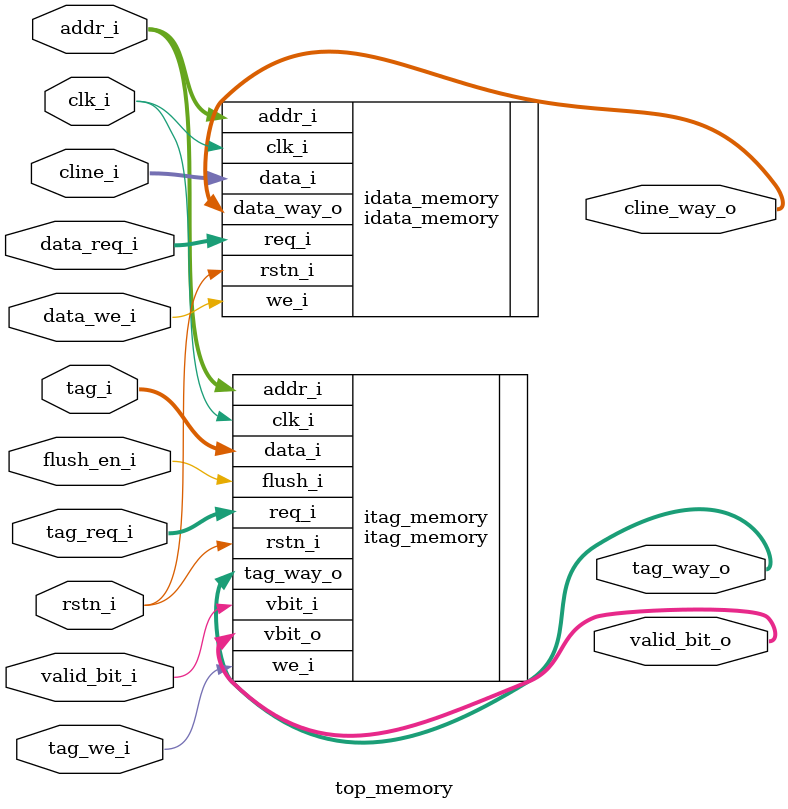
<source format=v>
module top_memory (
	clk_i,
	rstn_i,
	tag_req_i,
	data_req_i,
	tag_we_i,
	data_we_i,
	flush_en_i,
	valid_bit_i,
	cline_i,
	tag_i,
	addr_i,
	tag_way_o,
	cline_way_o,
	valid_bit_o
);
	input wire clk_i;
	input wire rstn_i;
	localparam [31:0] drac_icache_pkg_ICACHE_N_WAY = 4;
	input wire [3:0] tag_req_i;
	input wire [3:0] data_req_i;
	input wire tag_we_i;
	input wire data_we_i;
	input wire flush_en_i;
	input wire valid_bit_i;
	localparam [31:0] drac_icache_pkg_WORD_SIZE = 64;
	localparam [31:0] drac_icache_pkg_SET_WIDHT = 128;
	localparam [31:0] drac_icache_pkg_WAY_WIDHT = drac_icache_pkg_SET_WIDHT;
	input wire [127:0] cline_i;
	localparam [31:0] drac_icache_pkg_TAG_WIDHT = 20;
	input wire [19:0] tag_i;
	localparam [31:0] drac_icache_pkg_ICACHE_DEPTH = 256;
	localparam [31:0] drac_icache_pkg_ADDR_WIDHT = 8;
	input wire [7:0] addr_i;
	output wire [(drac_icache_pkg_ICACHE_N_WAY * drac_icache_pkg_TAG_WIDHT) - 1:0] tag_way_o;
	output wire [(drac_icache_pkg_ICACHE_N_WAY * drac_icache_pkg_WAY_WIDHT) - 1:0] cline_way_o;
	output wire [3:0] valid_bit_o;
	idata_memory idata_memory(
		.clk_i(clk_i),
		.rstn_i(rstn_i),
		.req_i(data_req_i),
		.we_i(data_we_i),
		.data_i(cline_i),
		.addr_i(addr_i),
		.data_way_o(cline_way_o)
	);
	itag_memory itag_memory(
		.clk_i(clk_i),
		.rstn_i(rstn_i),
		.req_i(tag_req_i),
		.we_i(tag_we_i),
		.vbit_i(valid_bit_i),
		.flush_i(flush_en_i),
		.data_i(tag_i),
		.addr_i(addr_i),
		.tag_way_o(tag_way_o),
		.vbit_o(valid_bit_o)
	);
endmodule
</source>
